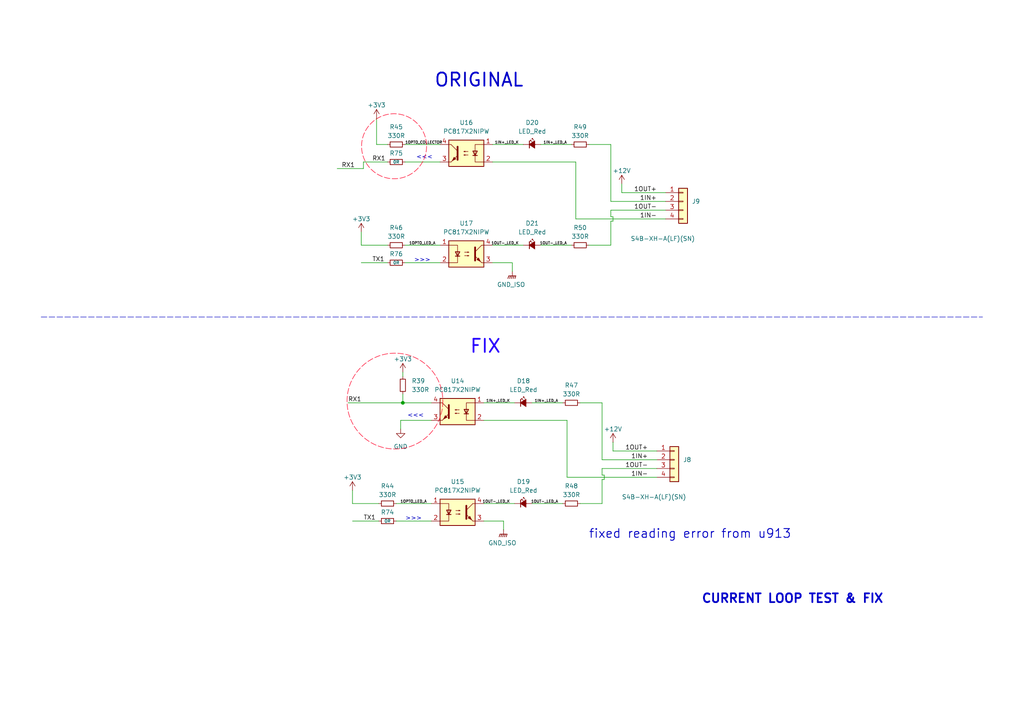
<source format=kicad_sch>
(kicad_sch (version 20250114) (generator "eeschema") (generator_version "9.0")
  (paper "A4")
  (lib_symbols
    (symbol "Connector_Generic:Conn_01x04" (pin_names (offset 1.016) (hide yes))
      (property "Reference" "J" (at 0 5.08 0))
      (property "Value" "Conn_01x04" (at 0 -7.62 0))
      (symbol "Conn_01x04_1_1"
        (rectangle (start -1.27 3.81) (end 1.27 -6.35) (stroke (width 0.254)) (fill (type background)))
        (rectangle (start -1.27 2.667) (end 0 2.413) (stroke (width 0.1524)))
        (rectangle (start -1.27 0.127) (end 0 -0.127) (stroke (width 0.1524)))
        (rectangle (start -1.27 -2.413) (end 0 -2.667) (stroke (width 0.1524)))
        (rectangle (start -1.27 -4.953) (end 0 -5.207) (stroke (width 0.1524)))
        (pin passive line (at -5.08 2.54 0) (length 3.81) (name "Pin_1") (number "1"))
        (pin passive line (at -5.08 0 0) (length 3.81) (name "Pin_2") (number "2"))
        (pin passive line (at -5.08 -2.54 0) (length 3.81) (name "Pin_3") (number "3"))
        (pin passive line (at -5.08 -5.08 0) (length 3.81) (name "Pin_4") (number "4"))
      )
    )
    (symbol "Device:LED_Small_Filled" (pin_numbers (hide yes)) (pin_names (offset 0.254) (hide yes))
      (property "Reference" "D" (at -1.27 3.175 0))
      (property "Value" "LED_Small_Filled" (at -4.445 -2.54 0))
      (symbol "LED_Small_Filled_0_1"
        (polyline (pts (xy -0.762 -1.016) (xy -0.762 1.016)) (stroke (width 0.254)))
        (polyline (pts (xy 0 0.762) (xy -0.508 1.27) (xy -0.254 1.27) (xy -0.508 1.27) (xy -0.508 1.016)))
        (polyline (pts (xy 0.508 1.27) (xy 0 1.778) (xy 0.254 1.778) (xy 0 1.778) (xy 0 1.524)))
        (polyline (pts (xy 0.762 -1.016) (xy -0.762 0) (xy 0.762 1.016) (xy 0.762 -1.016)) (stroke (width 0.254)) (fill (type outline)))
        (polyline (pts (xy 1.016 0) (xy -0.762 0)))
      )
      (symbol "LED_Small_Filled_1_1"
        (pin passive line (at -2.54 0 0) (length 1.778) (name "K") (number "1"))
        (pin passive line (at 2.54 0 180) (length 1.778) (name "A") (number "2"))
      )
    )
    (symbol "Device:R_Small" (pin_numbers (hide yes)) (pin_names (offset 0.254) (hide yes))
      (property "Reference" "R" (at 0.762 0.508 0))
      (property "Value" "R_Small" (at 0.762 -1.016 0))
      (symbol "R_Small_0_1"
        (rectangle (start -0.762 1.778) (end 0.762 -1.778) (stroke (width 0.2032)))
      )
      (symbol "R_Small_1_1"
        (pin passive line (at 0 2.54 270) (length 0.762) (name "~") (number "1"))
        (pin passive line (at 0 -2.54 90) (length 0.762) (name "~") (number "2"))
      )
    )
    (symbol "Isolator:PC817" (pin_names (offset 1.016))
      (property "Reference" "U" (at -5.08 5.08 0))
      (property "Value" "PC817" (at 0 5.08 0))
      (symbol "PC817_0_1"
        (rectangle (start -5.08 3.81) (end 5.08 -3.81) (stroke (width 0.254)) (fill (type background)))
        (polyline (pts (xy -5.08 2.54) (xy -2.54 2.54) (xy -2.54 -0.635)))
        (polyline (pts (xy -3.175 -0.635) (xy -1.905 -0.635)) (stroke (width 0.254)))
        (polyline (pts (xy -2.54 -0.635) (xy -2.54 -2.54) (xy -5.08 -2.54)))
        (polyline (pts (xy -2.54 -0.635) (xy -3.175 0.635) (xy -1.905 0.635) (xy -2.54 -0.635)) (stroke (width 0.254)))
        (polyline (pts (xy -0.508 0.508) (xy 0.762 0.508) (xy 0.381 0.381) (xy 0.381 0.635) (xy 0.762 0.508)))
        (polyline (pts (xy -0.508 -0.508) (xy 0.762 -0.508) (xy 0.381 -0.635) (xy 0.381 -0.381) (xy 0.762 -0.508)))
        (polyline (pts (xy 2.54 1.905) (xy 2.54 -1.905) (xy 2.54 -1.905)) (stroke (width 0.508)))
        (polyline (pts (xy 2.54 0.635) (xy 4.445 2.54)))
        (polyline (pts (xy 3.048 -1.651) (xy 3.556 -1.143) (xy 4.064 -2.159) (xy 3.048 -1.651) (xy 3.048 -1.651)) (fill (type outline)))
        (polyline (pts (xy 4.445 2.54) (xy 5.08 2.54)))
        (polyline (pts (xy 4.445 -2.54) (xy 2.54 -0.635)) (fill (type outline)))
        (polyline (pts (xy 4.445 -2.54) (xy 5.08 -2.54)))
      )
      (symbol "PC817_1_1"
        (pin passive line (at -7.62 2.54 0) (length 2.54) (name "~") (number "1"))
        (pin passive line (at -7.62 -2.54 0) (length 2.54) (name "~") (number "2"))
        (pin passive line (at 7.62 2.54 180) (length 2.54) (name "~") (number "4"))
        (pin passive line (at 7.62 -2.54 180) (length 2.54) (name "~") (number "3"))
      )
    )
    (symbol "power:+12V" (power) (pin_numbers (hide yes)) (pin_names (offset 0) (hide yes))
      (property "Value" "+12V" (at 0 3.556 0))
      (symbol "+12V_0_1"
        (polyline (pts (xy -0.762 1.27) (xy 0 2.54)))
        (polyline (pts (xy 0 2.54) (xy 0.762 1.27)))
        (polyline (pts (xy 0 0) (xy 0 2.54)))
      )
      (symbol "+12V_1_1"
        (pin power_in line (at 0 0 90) (length 0) (name "~") (number "1"))
      )
    )
    (symbol "power:+3V3" (power) (pin_names (offset 0))
      (property "Value" "+3V3" (at 0 3.556 0))
      (symbol "+3V3_0_1"
        (polyline (pts (xy -0.762 1.27) (xy 0 2.54)))
        (polyline (pts (xy 0 2.54) (xy 0.762 1.27)))
        (polyline (pts (xy 0 0) (xy 0 2.54)))
      )
      (symbol "+3V3_1_1"
        (pin power_in line (at 0 0 90) (length 0) (hide yes) (name "+3V3") (number "1"))
      )
    )
    (symbol "power:GND" (power) (pin_numbers (hide yes)) (pin_names (offset 0) (hide yes))
      (property "Value" "GND" (at 0 -3.81 0))
      (symbol "GND_0_1"
        (polyline (pts (xy 0 0) (xy 0 -1.27) (xy 1.27 -1.27) (xy 0 -2.54) (xy -1.27 -1.27) (xy 0 -1.27)))
      )
      (symbol "GND_1_1"
        (pin power_in line (at 0 0 270) (length 0) (name "~") (number "1"))
      )
    )
    (symbol "power:GNDPWR" (power) (pin_numbers (hide yes)) (pin_names (offset 0) (hide yes))
      (property "Value" "GNDPWR" (at 0 -3.302 0))
      (symbol "GNDPWR_0_1"
        (polyline (pts (xy -1.016 -1.27) (xy -1.27 -2.032) (xy -1.27 -2.032)) (stroke (width 0.2032)))
        (polyline (pts (xy -0.508 -1.27) (xy -0.762 -2.032) (xy -0.762 -2.032)) (stroke (width 0.2032)))
        (polyline (pts (xy 0 -1.27) (xy 0 0)))
        (polyline (pts (xy 0 -1.27) (xy -0.254 -2.032) (xy -0.254 -2.032)) (stroke (width 0.2032)))
        (polyline (pts (xy 0.508 -1.27) (xy 0.254 -2.032) (xy 0.254 -2.032)) (stroke (width 0.2032)))
        (polyline (pts (xy 1.016 -1.27) (xy -1.016 -1.27) (xy -1.016 -1.27)) (stroke (width 0.2032)))
        (polyline (pts (xy 1.016 -1.27) (xy 0.762 -2.032) (xy 0.762 -2.032) (xy 0.762 -2.032)) (stroke (width 0.2032)))
      )
      (symbol "GNDPWR_1_1"
        (pin power_in line (at 0 0 270) (length 0) (name "~") (number "1"))
      )
    )
  )
  (circle (center 114.554 116.332) (radius 13.8959) (stroke (width 0) (type dash) (color 255 0 39 1)))
  (circle (center 114.3 42.418) (radius 9.4288) (stroke (width 0) (type dash) (color 255 0 39 1)))
  (text ">>>" (at 120.015 76.2 0) (effects (font (size 1.27 1.27)) (justify left bottom)))
  (text ">>>" (at 117.475 151.13 0) (effects (font (size 1.27 1.27)) (justify left bottom)))
  (text "FIX " (at 142.24 100.584 0) (effects (font (size 3.81 3.81) (thickness 0.508) (bold yes))))
  (text "CURRENT LOOP TEST & FIX" (at 229.87 173.736 0) (effects (font (size 2.54 2.54) (thickness 0.508) (bold yes))))
  (text "fixed reading error from u913" (at 200.152 154.94 0) (effects (font (size 2.54 2.54) (thickness 0.254) (bold yes))))
  (text "<<<" (at 120.65 46.355 0) (effects (font (size 1.27 1.27)) (justify left bottom)))
  (text "<<<" (at 118.11 121.285 0) (effects (font (size 1.27 1.27)) (justify left bottom)))
  (text "ORIGINAL" (at 138.938 23.368 0) (effects (font (size 3.81 3.81) (thickness 0.508) (bold yes))))
  (junction (at 116.84 116.84))
  (wire (pts (xy 177.165 64.135) (xy 177.165 71.12)))
  (wire (pts (xy 117.475 46.99) (xy 127.635 46.99)))
  (wire (pts (xy 177.165 58.42) (xy 177.165 41.91)))
  (wire (pts (xy 177.8 128.27) (xy 177.8 130.81)))
  (wire (pts (xy 174.625 137.795) (xy 175.26 137.795)))
  (wire (pts (xy 102.235 151.13) (xy 109.855 151.13)))
  (wire (pts (xy 109.22 34.29) (xy 109.22 41.91)))
  (wire (pts (xy 190.5 130.81) (xy 177.8 130.81)))
  (wire (pts (xy 193.04 55.88) (xy 180.34 55.88)))
  (wire (pts (xy 140.335 116.84) (xy 149.225 116.84)))
  (wire (pts (xy 142.875 76.2) (xy 148.59 76.2)))
  (wire (pts (xy 117.475 41.91) (xy 127.635 41.91)))
  (polyline (pts (xy 11.938 91.948) (xy 284.988 91.948)) (stroke (width 0) (type dash)))
  (wire (pts (xy 174.625 116.84) (xy 168.275 116.84)))
  (wire (pts (xy 142.875 71.12) (xy 151.765 71.12)))
  (wire (pts (xy 156.845 41.91) (xy 165.735 41.91)))
  (wire (pts (xy 104.775 67.31) (xy 104.775 71.12)))
  (wire (pts (xy 114.935 146.05) (xy 125.095 146.05)))
  (wire (pts (xy 117.475 76.2) (xy 127.635 76.2)))
  (wire (pts (xy 114.935 151.13) (xy 125.095 151.13)))
  (wire (pts (xy 174.625 135.89) (xy 190.5 135.89)))
  (wire (pts (xy 177.165 71.12) (xy 170.815 71.12)))
  (wire (pts (xy 156.845 71.12) (xy 165.735 71.12)))
  (wire (pts (xy 148.59 76.2) (xy 148.59 78.74)))
  (wire (pts (xy 104.775 76.2) (xy 112.395 76.2)))
  (wire (pts (xy 140.335 151.13) (xy 146.05 151.13)))
  (wire (pts (xy 175.26 137.795) (xy 175.26 139.065)))
  (wire (pts (xy 117.475 71.12) (xy 127.635 71.12)))
  (wire (pts (xy 175.26 139.065) (xy 174.625 139.065)))
  (wire (pts (xy 116.205 124.46) (xy 116.205 121.92)))
  (wire (pts (xy 109.855 146.05) (xy 102.235 146.05)))
  (wire (pts (xy 112.395 71.12) (xy 104.775 71.12)))
  (wire (pts (xy 174.625 139.065) (xy 174.625 146.05)))
  (wire (pts (xy 177.165 60.96) (xy 177.165 62.865)))
  (wire (pts (xy 174.625 133.35) (xy 174.625 116.84)))
  (wire (pts (xy 174.625 135.89) (xy 174.625 137.795)))
  (wire (pts (xy 140.335 146.05) (xy 149.225 146.05)))
  (wire (pts (xy 164.465 121.92) (xy 164.465 138.43)))
  (wire (pts (xy 154.305 116.84) (xy 163.195 116.84)))
  (wire (pts (xy 177.8 62.865) (xy 177.8 64.135)))
  (wire (pts (xy 116.84 107.95) (xy 116.84 109.22)))
  (wire (pts (xy 154.305 146.05) (xy 163.195 146.05)))
  (wire (pts (xy 180.34 53.34) (xy 180.34 55.88)))
  (wire (pts (xy 146.05 151.13) (xy 146.05 153.67)))
  (wire (pts (xy 100.965 116.84) (xy 116.84 116.84)))
  (wire (pts (xy 177.165 41.91) (xy 170.815 41.91)))
  (wire (pts (xy 177.165 60.96) (xy 193.04 60.96)))
  (wire (pts (xy 116.84 114.3) (xy 116.84 116.84)))
  (wire (pts (xy 116.205 121.92) (xy 125.095 121.92)))
  (wire (pts (xy 177.165 62.865) (xy 177.8 62.865)))
  (wire (pts (xy 177.165 58.42) (xy 193.04 58.42)))
  (wire (pts (xy 174.625 133.35) (xy 190.5 133.35)))
  (wire (pts (xy 174.625 146.05) (xy 168.275 146.05)))
  (wire (pts (xy 112.395 41.91) (xy 109.22 41.91)))
  (wire (pts (xy 167.005 63.5) (xy 193.04 63.5)))
  (wire (pts (xy 116.84 116.84) (xy 125.095 116.84)))
  (wire (pts (xy 97.79 48.895) (xy 105.41 48.895)))
  (wire (pts (xy 105.41 46.99) (xy 112.395 46.99)))
  (wire (pts (xy 167.005 46.99) (xy 167.005 63.5)))
  (wire (pts (xy 102.235 142.24) (xy 102.235 146.05)))
  (wire (pts (xy 105.41 46.99) (xy 105.41 48.895)))
  (wire (pts (xy 177.8 64.135) (xy 177.165 64.135)))
  (wire (pts (xy 164.465 138.43) (xy 190.5 138.43)))
  (wire (pts (xy 142.875 41.91) (xy 151.765 41.91)))
  (wire (pts (xy 140.335 121.92) (xy 164.465 121.92)))
  (wire (pts (xy 142.875 46.99) (xy 167.005 46.99)))
  (label "1IN+_LED_K" (at 147.955 116.84 180) (effects (font (size 0.762 0.762))))
  (label "RX1" (at 100.965 116.84 0))
  (label "1IN+_LED_A" (at 164.465 41.91 180) (effects (font (size 0.762 0.762))))
  (label "1IN+" (at 187.96 133.35 180))
  (label "1IN+" (at 190.5 58.42 180))
  (label "1OUT-_LED_K" (at 147.955 146.05 180) (effects (font (size 0.762 0.762))))
  (label "1OPTO_COLLECTOR" (at 117.475 41.91 0) (effects (font (size 0.762 0.762))))
  (label "1OUT-" (at 190.5 60.96 180))
  (label "TX1" (at 105.41 151.13 0))
  (label "1IN-" (at 190.5 63.5 180))
  (label "1IN-" (at 187.96 138.43 180))
  (label "RX1" (at 99.06 48.895 0))
  (label "1OUT+" (at 187.96 130.81 180))
  (label "1OPTO_LED_A" (at 123.825 146.05 180) (effects (font (size 0.762 0.762))))
  (label "1OUT-_LED_A" (at 164.465 71.12 180) (effects (font (size 0.762 0.762))))
  (label "1OUT-" (at 187.96 135.89 180))
  (label "1OUT+" (at 190.5 55.88 180))
  (label "RX1" (at 107.95 46.99 0))
  (label "1IN+_LED_A" (at 161.925 116.84 180) (effects (font (size 0.762 0.762))))
  (label "1OUT-_LED_K" (at 150.495 71.12 180) (effects (font (size 0.762 0.762))))
  (label "1IN+_LED_K" (at 150.495 41.91 180) (effects (font (size 0.762 0.762))))
  (label "1OPTO_LED_A" (at 126.365 71.12 180) (effects (font (size 0.762 0.762))))
  (label "TX1" (at 107.95 76.2 0))
  (label "1OUT-_LED_A" (at 161.925 146.05 180) (effects (font (size 0.762 0.762))))
  (symbol (lib_id "Isolator:PC817") (at 135.255 73.66 0) (unit 1)
    (property "Reference" "U17" (at 135.255 64.77 0))
    (property "Value" "PC817X2NIPW" (at 135.255 67.31 0))
    (property "Footprint" "Package_DIP:SMDIP-4_W9.53mm" (effects (hide yes)))
    (property "Datasheet" "http://www.soselectronic.cz/a_info/resource/d/pc817.pdf" (effects (hide yes)))
    (property "Description" "DC Optocoupler, Vce 35V, CTR 50-300%, DIP-4" (effects (hide yes)))
    (property "JLCPCB Part #" "C2840443" (effects (hide yes)))
    (property "Manufacturer" "Sharp Microelectronics" (effects (hide yes)))
    (property "Manufacturer Part Number" "PC817X2NIPW" (effects (hide yes)))
  )
  (symbol (lib_id "power:+3V3") (at 104.775 67.31 0) (unit 1)
    (property "Reference" "#PWR074" (effects (hide yes)))
    (property "Value" "+3V3" (at 104.775 63.5 0))
  )
  (symbol (lib_id "Connector_Generic:Conn_01x04") (at 195.58 133.35 0) (unit 1)
    (property "Reference" "J8" (at 198.12 133.35 0) (effects (justify left)))
    (property "Value" "S4B-XH-A(LF)(SN)" (at 180.34 144.145 0) (effects (justify left)))
    (property "Footprint" "Connector_JST:JST_XH_S4B-XH-A_1x04_P2.50mm_Horizontal" (effects (hide yes)))
    (property "Datasheet" "https://www.lcsc.com/datasheet/lcsc_datasheet_2304140030_JST-S4B-XH-A-LF-SN_C157925.pdf" (effects (hide yes)))
    (property "Description" "1x4P 4P XH Tin 4 -25℃~+85℃ 3A 1 2.5mm Brass Bend-in Push-Pull,P=2.5mm Wire To Board Connector ROHS" (effects (hide yes)))
    (property "Manufacturer" "JST" (effects (hide yes)))
    (property "Manufacturer Part Number" "S4B-XH-A(LF)(SN)" (effects (hide yes)))
    (property "JLCPCB Part #" "C157925" (effects (hide yes)))
  )
  (symbol (lib_id "power:GNDPWR") (at 148.59 78.74 0) (unit 1)
    (property "Reference" "#PWR082" (effects (hide yes)))
    (property "Value" "GND_ISO" (at 144.145 82.55 0) (effects (justify left)))
    (property "Description" "Power symbol creates a global label with name \"GNDPWR\" , global ground" (effects (hide yes)))
  )
  (symbol (lib_id "Device:R_Small") (at 168.275 71.12 90) (unit 1)
    (property "Reference" "R50" (at 168.275 66.04 90))
    (property "Value" "330R" (at 168.275 68.58 90))
    (property "Footprint" "Resistor_SMD:R_0603_1608Metric" (effects (hide yes)))
    (property "Datasheet" "https://www.lcsc.com/datasheet/lcsc_datasheet_2304140030_YAGEO-RC0603FR-07330RL_C105881.pdf" (effects (hide yes)))
    (property "Description" "100mW Thick Film Resistors 75V ±100ppm/℃ ±1% 330Ω 0603 Chip Resistor - Surface Mount ROHS" (effects (hide yes)))
    (property "JLCPCB Part #" "C105881" (effects (hide yes)))
    (property "Manufacturer" "YAGEO" (effects (hide yes)))
    (property "Manufacturer Part Number" "RC0603FR-07330RL" (effects (hide yes)))
  )
  (symbol (lib_id "power:GND") (at 116.205 124.46 0) (unit 1)
    (property "Reference" "#PWR02" (effects (hide yes)))
    (property "Value" "GND" (at 116.205 129.54 0))
    (property "Description" "Power symbol creates a global label with name \"GND\" , ground" (effects (hide yes)))
  )
  (symbol (lib_id "Device:R_Small") (at 116.84 111.76 180) (unit 1)
    (property "Reference" "R39" (at 119.38 110.4899 0) (effects (justify right)))
    (property "Value" "330R" (at 119.38 113.0299 0) (effects (justify right)))
    (property "Footprint" "Resistor_SMD:R_0603_1608Metric" (effects (hide yes)))
    (property "Datasheet" "https://www.lcsc.com/datasheet/lcsc_datasheet_2304140030_YAGEO-RC0603FR-07330RL_C105881.pdf" (effects (hide yes)))
    (property "Description" "100mW Thick Film Resistors 75V ±100ppm/℃ ±1% 330Ω 0603 Chip Resistor - Surface Mount ROHS" (effects (hide yes)))
    (property "JLCPCB Part #" "C105881" (effects (hide yes)))
    (property "Manufacturer" "YAGEO" (effects (hide yes)))
    (property "Manufacturer Part Number" "RC0603FR-07330RL" (effects (hide yes)))
  )
  (symbol (lib_id "power:GNDPWR") (at 146.05 153.67 0) (unit 1)
    (property "Reference" "#PWR081" (effects (hide yes)))
    (property "Value" "GND_ISO" (at 141.605 157.48 0) (effects (justify left)))
    (property "Description" "Power symbol creates a global label with name \"GNDPWR\" , global ground" (effects (hide yes)))
  )
  (symbol (lib_id "Isolator:PC817") (at 135.255 44.45 0) (mirror y) (unit 1)
    (property "Reference" "U16" (at 135.255 35.56 0))
    (property "Value" "PC817X2NIPW" (at 135.255 38.1 0))
    (property "Footprint" "Package_DIP:SMDIP-4_W9.53mm" (effects (hide yes)))
    (property "Datasheet" "http://www.soselectronic.cz/a_info/resource/d/pc817.pdf" (effects (hide yes)))
    (property "Description" "DC Optocoupler, Vce 35V, CTR 50-300%, DIP-4" (effects (hide yes)))
    (property "JLCPCB Part #" "C2840443" (effects (hide yes)))
    (property "Manufacturer" "Sharp Microelectronics" (effects (hide yes)))
    (property "Manufacturer Part Number" "PC817X2NIPW" (effects (hide yes)))
  )
  (symbol (lib_id "power:+3V3") (at 116.84 107.95 0) (unit 1)
    (property "Reference" "#PWR079" (effects (hide yes)))
    (property "Value" "+3V3" (at 116.84 104.14 0))
  )
  (symbol (lib_id "Device:R_Small") (at 114.935 46.99 90) (unit 1)
    (property "Reference" "R75" (at 114.935 44.45 90))
    (property "Value" "0R" (at 114.935 46.99 90) (effects (font (size 0.889 0.889))))
    (property "Footprint" "Resistor_SMD:R_0402_1005Metric" (effects (hide yes)))
    (property "Datasheet" "https://www.lcsc.com/datasheet/lcsc_datasheet_2304140030_YAGEO-RC0402FR-070RL_C106231.pdf" (effects (hide yes)))
    (property "Description" "62.5mW Thick Film Resistors 50V ±1% 0Ω 0402 Chip Resistor - Surface Mount ROHS" (effects (hide yes)))
    (property "JLCPCB Part #" "C106231" (effects (hide yes)))
    (property "Manufacturer" "YAGEO" (effects (hide yes)))
    (property "Manufacturer Part Number" "RC0402FR-070RL" (effects (hide yes)))
  )
  (symbol (lib_id "Device:R_Small") (at 165.735 146.05 90) (unit 1)
    (property "Reference" "R48" (at 165.735 140.97 90))
    (property "Value" "330R" (at 165.735 143.51 90))
    (property "Footprint" "Resistor_SMD:R_0603_1608Metric" (effects (hide yes)))
    (property "Datasheet" "https://www.lcsc.com/datasheet/lcsc_datasheet_2304140030_YAGEO-RC0603FR-07330RL_C105881.pdf" (effects (hide yes)))
    (property "Description" "100mW Thick Film Resistors 75V ±100ppm/℃ ±1% 330Ω 0603 Chip Resistor - Surface Mount ROHS" (effects (hide yes)))
    (property "JLCPCB Part #" "C105881" (effects (hide yes)))
    (property "Manufacturer" "YAGEO" (effects (hide yes)))
    (property "Manufacturer Part Number" "RC0603FR-07330RL" (effects (hide yes)))
  )
  (symbol (lib_id "Device:R_Small") (at 112.395 151.13 90) (unit 1)
    (property "Reference" "R74" (at 112.395 148.59 90))
    (property "Value" "0R" (at 112.395 151.13 90) (effects (font (size 0.889 0.889))))
    (property "Footprint" "Resistor_SMD:R_0402_1005Metric" (effects (hide yes)))
    (property "Datasheet" "https://www.lcsc.com/datasheet/lcsc_datasheet_2304140030_YAGEO-RC0402FR-070RL_C106231.pdf" (effects (hide yes)))
    (property "Description" "62.5mW Thick Film Resistors 50V ±1% 0Ω 0402 Chip Resistor - Surface Mount ROHS" (effects (hide yes)))
    (property "JLCPCB Part #" "C106231" (effects (hide yes)))
    (property "Manufacturer" "YAGEO" (effects (hide yes)))
    (property "Manufacturer Part Number" "RC0402FR-070RL" (effects (hide yes)))
  )
  (symbol (lib_id "Device:R_Small") (at 114.935 71.12 90) (unit 1)
    (property "Reference" "R46" (at 114.935 66.04 90))
    (property "Value" "330R" (at 114.935 68.58 90))
    (property "Footprint" "Resistor_SMD:R_0603_1608Metric" (effects (hide yes)))
    (property "Datasheet" "https://www.lcsc.com/datasheet/lcsc_datasheet_2304140030_YAGEO-RC0603FR-07330RL_C105881.pdf" (effects (hide yes)))
    (property "Description" "100mW Thick Film Resistors 75V ±100ppm/℃ ±1% 330Ω 0603 Chip Resistor - Surface Mount ROHS" (effects (hide yes)))
    (property "JLCPCB Part #" "C105881" (effects (hide yes)))
    (property "Manufacturer" "YAGEO" (effects (hide yes)))
    (property "Manufacturer Part Number" "RC0603FR-07330RL" (effects (hide yes)))
  )
  (symbol (lib_id "Device:LED_Small_Filled") (at 154.305 41.91 0) (unit 1)
    (property "Reference" "D20" (at 154.3685 35.56 0))
    (property "Value" "LED_Red" (at 154.3685 38.1 0))
    (property "Footprint" "LED_SMD:LED_0603_1608Metric" (effects (hide yes)))
    (property "Datasheet" "https://www.lcsc.com/datasheet/lcsc_datasheet_2402181505_XINGLIGHT-XL-1608SURC-06_C965799.pdf" (effects (hide yes)))
    (property "Description" "20mA 330mcd Colorless transparent lens -20℃~+85℃ Positive Stick 620nm~630nm Red 120° 50mW 2.3V 0603 LED Indication - Discrete ROHS" (effects (hide yes)))
    (property "JLCPCB Part #" "C965799" (effects (hide yes)))
    (property "Manufacturer" "XINGLIGHT" (effects (hide yes)))
    (property "Manufacturer Part Number" "XL-1608SURC-06" (effects (hide yes)))
  )
  (symbol (lib_id "Isolator:PC817") (at 132.715 119.38 0) (mirror y) (unit 1)
    (property "Reference" "U14" (at 132.715 110.49 0))
    (property "Value" "PC817X2NIPW" (at 132.715 113.03 0))
    (property "Footprint" "Package_DIP:SMDIP-4_W9.53mm" (effects (hide yes)))
    (property "Datasheet" "http://www.soselectronic.cz/a_info/resource/d/pc817.pdf" (effects (hide yes)))
    (property "Description" "DC Optocoupler, Vce 35V, CTR 50-300%, DIP-4" (effects (hide yes)))
    (property "JLCPCB Part #" "C2840443" (effects (hide yes)))
    (property "Manufacturer" "Sharp Microelectronics" (effects (hide yes)))
    (property "Manufacturer Part Number" "PC817X2NIPW" (effects (hide yes)))
  )
  (symbol (lib_id "Device:R_Small") (at 112.395 146.05 90) (unit 1)
    (property "Reference" "R44" (at 112.395 140.97 90))
    (property "Value" "330R" (at 112.395 143.51 90))
    (property "Footprint" "Resistor_SMD:R_0603_1608Metric" (effects (hide yes)))
    (property "Datasheet" "https://www.lcsc.com/datasheet/lcsc_datasheet_2304140030_YAGEO-RC0603FR-07330RL_C105881.pdf" (effects (hide yes)))
    (property "Description" "100mW Thick Film Resistors 75V ±100ppm/℃ ±1% 330Ω 0603 Chip Resistor - Surface Mount ROHS" (effects (hide yes)))
    (property "JLCPCB Part #" "C105881" (effects (hide yes)))
    (property "Manufacturer" "YAGEO" (effects (hide yes)))
    (property "Manufacturer Part Number" "RC0603FR-07330RL" (effects (hide yes)))
  )
  (symbol (lib_id "Device:LED_Small_Filled") (at 151.765 146.05 0) (unit 1)
    (property "Reference" "D19" (at 151.8285 139.7 0))
    (property "Value" "LED_Red" (at 151.8285 142.24 0))
    (property "Footprint" "LED_SMD:LED_0603_1608Metric" (effects (hide yes)))
    (property "Datasheet" "https://www.lcsc.com/datasheet/lcsc_datasheet_2402181505_XINGLIGHT-XL-1608SURC-06_C965799.pdf" (effects (hide yes)))
    (property "Description" "20mA 330mcd Colorless transparent lens -20℃~+85℃ Positive Stick 620nm~630nm Red 120° 50mW 2.3V 0603 LED Indication - Discrete ROHS" (effects (hide yes)))
    (property "JLCPCB Part #" "C965799" (effects (hide yes)))
    (property "Manufacturer" "XINGLIGHT" (effects (hide yes)))
    (property "Manufacturer Part Number" "XL-1608SURC-06" (effects (hide yes)))
  )
  (symbol (lib_id "power:+12V") (at 180.34 53.34 0) (unit 1)
    (property "Reference" "#PWR084" (effects (hide yes)))
    (property "Value" "+12V" (at 180.34 49.53 0))
    (property "Description" "Power symbol creates a global label with name \"+12V\"" (effects (hide yes)))
  )
  (symbol (lib_id "power:+3V3") (at 109.22 34.29 0) (unit 1)
    (property "Reference" "#PWR080" (effects (hide yes)))
    (property "Value" "+3V3" (at 109.22 30.48 0))
  )
  (symbol (lib_id "Connector_Generic:Conn_01x04") (at 198.12 58.42 0) (unit 1)
    (property "Reference" "J9" (at 200.66 58.42 0) (effects (justify left)))
    (property "Value" "S4B-XH-A(LF)(SN)" (at 182.88 69.215 0) (effects (justify left)))
    (property "Footprint" "Connector_JST:JST_XH_S4B-XH-A_1x04_P2.50mm_Horizontal" (effects (hide yes)))
    (property "Datasheet" "https://www.lcsc.com/datasheet/lcsc_datasheet_2304140030_JST-S4B-XH-A-LF-SN_C157925.pdf" (effects (hide yes)))
    (property "Description" "1x4P 4P XH Tin 4 -25℃~+85℃ 3A 1 2.5mm Brass Bend-in Push-Pull,P=2.5mm Wire To Board Connector ROHS" (effects (hide yes)))
    (property "Manufacturer" "JST" (effects (hide yes)))
    (property "Manufacturer Part Number" "S4B-XH-A(LF)(SN)" (effects (hide yes)))
    (property "JLCPCB Part #" "C157925" (effects (hide yes)))
  )
  (symbol (lib_id "Device:R_Small") (at 114.935 76.2 90) (unit 1)
    (property "Reference" "R76" (at 114.935 73.66 90))
    (property "Value" "0R" (at 114.935 76.2 90) (effects (font (size 0.889 0.889))))
    (property "Footprint" "Resistor_SMD:R_0402_1005Metric" (effects (hide yes)))
    (property "Datasheet" "https://www.lcsc.com/datasheet/lcsc_datasheet_2304140030_YAGEO-RC0402FR-070RL_C106231.pdf" (effects (hide yes)))
    (property "Description" "62.5mW Thick Film Resistors 50V ±1% 0Ω 0402 Chip Resistor - Surface Mount ROHS" (effects (hide yes)))
    (property "JLCPCB Part #" "C106231" (effects (hide yes)))
    (property "Manufacturer" "YAGEO" (effects (hide yes)))
    (property "Manufacturer Part Number" "RC0402FR-070RL" (effects (hide yes)))
  )
  (symbol (lib_id "power:+3V3") (at 102.235 142.24 0) (unit 1)
    (property "Reference" "#PWR073" (effects (hide yes)))
    (property "Value" "+3V3" (at 102.235 138.43 0))
  )
  (symbol (lib_id "power:+12V") (at 177.8 128.27 0) (unit 1)
    (property "Reference" "#PWR083" (effects (hide yes)))
    (property "Value" "+12V" (at 177.8 124.46 0))
    (property "Description" "Power symbol creates a global label with name \"+12V\"" (effects (hide yes)))
  )
  (symbol (lib_id "Device:R_Small") (at 168.275 41.91 90) (unit 1)
    (property "Reference" "R49" (at 168.275 36.83 90))
    (property "Value" "330R" (at 168.275 39.37 90))
    (property "Footprint" "Resistor_SMD:R_0603_1608Metric" (effects (hide yes)))
    (property "Datasheet" "https://www.lcsc.com/datasheet/lcsc_datasheet_2304140030_YAGEO-RC0603FR-07330RL_C105881.pdf" (effects (hide yes)))
    (property "Description" "100mW Thick Film Resistors 75V ±100ppm/℃ ±1% 330Ω 0603 Chip Resistor - Surface Mount ROHS" (effects (hide yes)))
    (property "JLCPCB Part #" "C105881" (effects (hide yes)))
    (property "Manufacturer" "YAGEO" (effects (hide yes)))
    (property "Manufacturer Part Number" "RC0603FR-07330RL" (effects (hide yes)))
  )
  (symbol (lib_id "Device:LED_Small_Filled") (at 151.765 116.84 0) (unit 1)
    (property "Reference" "D18" (at 151.8285 110.49 0))
    (property "Value" "LED_Red" (at 151.8285 113.03 0))
    (property "Footprint" "LED_SMD:LED_0603_1608Metric" (effects (hide yes)))
    (property "Datasheet" "https://www.lcsc.com/datasheet/lcsc_datasheet_2402181505_XINGLIGHT-XL-1608SURC-06_C965799.pdf" (effects (hide yes)))
    (property "Description" "20mA 330mcd Colorless transparent lens -20℃~+85℃ Positive Stick 620nm~630nm Red 120° 50mW 2.3V 0603 LED Indication - Discrete ROHS" (effects (hide yes)))
    (property "JLCPCB Part #" "C965799" (effects (hide yes)))
    (property "Manufacturer" "XINGLIGHT" (effects (hide yes)))
    (property "Manufacturer Part Number" "XL-1608SURC-06" (effects (hide yes)))
  )
  (symbol (lib_id "Device:R_Small") (at 165.735 116.84 90) (unit 1)
    (property "Reference" "R47" (at 165.735 111.76 90))
    (property "Value" "330R" (at 165.735 114.3 90))
    (property "Footprint" "Resistor_SMD:R_0603_1608Metric" (effects (hide yes)))
    (property "Datasheet" "https://www.lcsc.com/datasheet/lcsc_datasheet_2304140030_YAGEO-RC0603FR-07330RL_C105881.pdf" (effects (hide yes)))
    (property "Description" "100mW Thick Film Resistors 75V ±100ppm/℃ ±1% 330Ω 0603 Chip Resistor - Surface Mount ROHS" (effects (hide yes)))
    (property "JLCPCB Part #" "C105881" (effects (hide yes)))
    (property "Manufacturer" "YAGEO" (effects (hide yes)))
    (property "Manufacturer Part Number" "RC0603FR-07330RL" (effects (hide yes)))
  )
  (symbol (lib_id "Device:LED_Small_Filled") (at 154.305 71.12 0) (unit 1)
    (property "Reference" "D21" (at 154.3685 64.77 0))
    (property "Value" "LED_Red" (at 154.3685 67.31 0))
    (property "Footprint" "LED_SMD:LED_0603_1608Metric" (effects (hide yes)))
    (property "Datasheet" "https://www.lcsc.com/datasheet/lcsc_datasheet_2402181505_XINGLIGHT-XL-1608SURC-06_C965799.pdf" (effects (hide yes)))
    (property "Description" "20mA 330mcd Colorless transparent lens -20℃~+85℃ Positive Stick 620nm~630nm Red 120° 50mW 2.3V 0603 LED Indication - Discrete ROHS" (effects (hide yes)))
    (property "JLCPCB Part #" "C965799" (effects (hide yes)))
    (property "Manufacturer" "XINGLIGHT" (effects (hide yes)))
    (property "Manufacturer Part Number" "XL-1608SURC-06" (effects (hide yes)))
  )
  (symbol (lib_id "Device:R_Small") (at 114.935 41.91 90) (unit 1)
    (property "Reference" "R45" (at 114.935 36.83 90))
    (property "Value" "330R" (at 114.935 39.37 90))
    (property "Footprint" "Resistor_SMD:R_0603_1608Metric" (effects (hide yes)))
    (property "Datasheet" "https://www.lcsc.com/datasheet/lcsc_datasheet_2304140030_YAGEO-RC0603FR-07330RL_C105881.pdf" (effects (hide yes)))
    (property "Description" "100mW Thick Film Resistors 75V ±100ppm/℃ ±1% 330Ω 0603 Chip Resistor - Surface Mount ROHS" (effects (hide yes)))
    (property "JLCPCB Part #" "C105881" (effects (hide yes)))
    (property "Manufacturer" "YAGEO" (effects (hide yes)))
    (property "Manufacturer Part Number" "RC0603FR-07330RL" (effects (hide yes)))
  )
  (symbol (lib_id "Isolator:PC817") (at 132.715 148.59 0) (unit 1)
    (property "Reference" "U15" (at 132.715 139.7 0))
    (property "Value" "PC817X2NIPW" (at 132.715 142.24 0))
    (property "Footprint" "Package_DIP:SMDIP-4_W9.53mm" (effects (hide yes)))
    (property "Datasheet" "http://www.soselectronic.cz/a_info/resource/d/pc817.pdf" (effects (hide yes)))
    (property "Description" "DC Optocoupler, Vce 35V, CTR 50-300%, DIP-4" (effects (hide yes)))
    (property "JLCPCB Part #" "C2840443" (effects (hide yes)))
    (property "Manufacturer" "Sharp Microelectronics" (effects (hide yes)))
    (property "Manufacturer Part Number" "PC817X2NIPW" (effects (hide yes)))
  )
)
</source>
